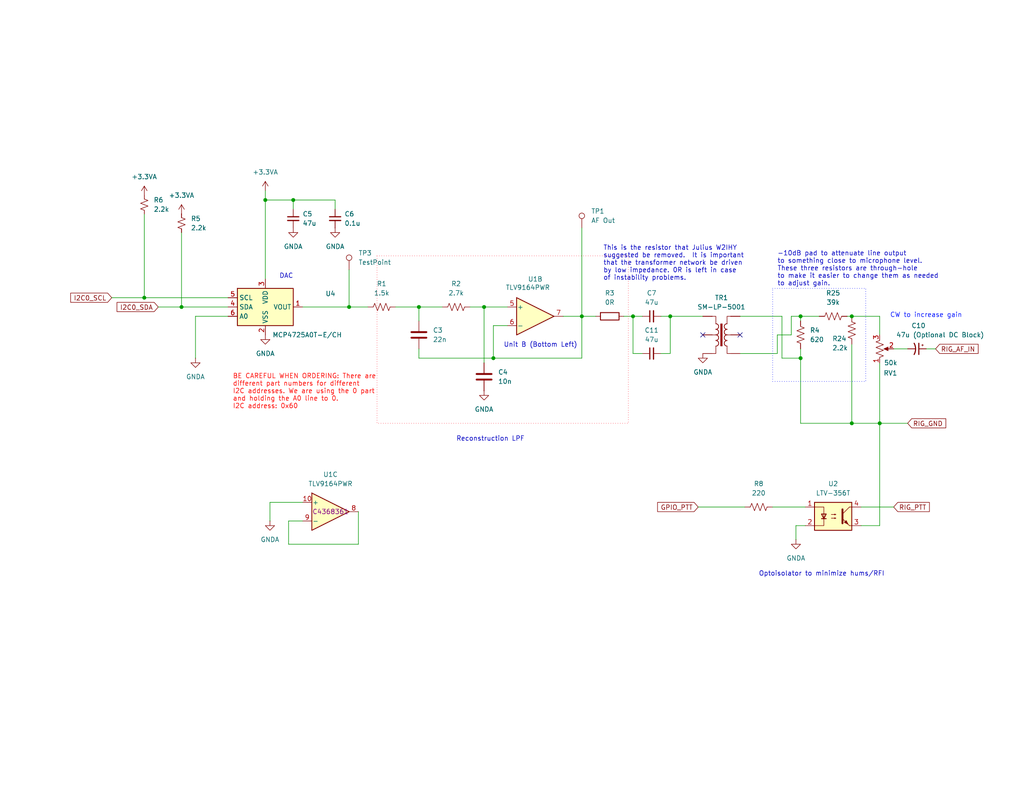
<source format=kicad_sch>
(kicad_sch (version 20250114) (generator "eeschema") (generator_version "9.0")
  (paper "USLetter")
  (title_block (title "MicroLink - Audio Output") (date "2025-10-01") (rev "4") (company "Bruce MacKinnon KC1FSZ") (comment 1 "Copyright (C) 2025 - Not For Commercial Use"))
  (lib_symbols
    (symbol "Amplifier_Operational:LMV324" (pin_names (offset 0.127))
      (property "Reference" "U" (at 0 5.08 0))
      (property "Value" "LMV324" (at 0 -5.08 0))
      (symbol "LMV324_1_1"
        (polyline (pts (xy -5.08 5.08) (xy 5.08 0) (xy -5.08 -5.08) (xy -5.08 5.08)) (stroke (width 0.254)) (fill (type background)))
        (pin input line (at -7.62 2.54 0) (length 2.54) (name "+") (number "3"))
        (pin input line (at -7.62 -2.54 0) (length 2.54) (name "-") (number "2"))
        (pin output line (at 7.62 0 180) (length 2.54) (name "~") (number "1"))
      )
      (symbol "LMV324_2_1"
        (polyline (pts (xy -5.08 5.08) (xy 5.08 0) (xy -5.08 -5.08) (xy -5.08 5.08)) (stroke (width 0.254)) (fill (type background)))
        (pin input line (at -7.62 2.54 0) (length 2.54) (name "+") (number "5"))
        (pin input line (at -7.62 -2.54 0) (length 2.54) (name "-") (number "6"))
        (pin output line (at 7.62 0 180) (length 2.54) (name "~") (number "7"))
      )
      (symbol "LMV324_3_1"
        (polyline (pts (xy -5.08 5.08) (xy 5.08 0) (xy -5.08 -5.08) (xy -5.08 5.08)) (stroke (width 0.254)) (fill (type background)))
        (pin input line (at -7.62 2.54 0) (length 2.54) (name "+") (number "10"))
        (pin input line (at -7.62 -2.54 0) (length 2.54) (name "-") (number "9"))
        (pin output line (at 7.62 0 180) (length 2.54) (name "~") (number "8"))
      )
      (symbol "LMV324_4_1"
        (polyline (pts (xy -5.08 5.08) (xy 5.08 0) (xy -5.08 -5.08) (xy -5.08 5.08)) (stroke (width 0.254)) (fill (type background)))
        (pin input line (at -7.62 2.54 0) (length 2.54) (name "+") (number "12"))
        (pin input line (at -7.62 -2.54 0) (length 2.54) (name "-") (number "13"))
        (pin output line (at 7.62 0 180) (length 2.54) (name "~") (number "14"))
      )
      (symbol "LMV324_5_1"
        (pin power_in line (at -2.54 7.62 270) (length 3.81) (name "V+") (number "4"))
        (pin power_in line (at -2.54 -7.62 90) (length 3.81) (name "V-") (number "11"))
      )
    )
    (symbol "Analog_DAC:MCP4725xxx-xCH"
      (property "Reference" "U" (at -6.35 6.35 0))
      (property "Value" "MCP4725xxx-xCH" (at 8.89 6.35 0))
      (symbol "MCP4725xxx-xCH_0_1"
        (rectangle (start -7.62 5.08) (end 7.62 -5.08) (stroke (width 0.254)) (fill (type background)))
      )
      (symbol "MCP4725xxx-xCH_1_1"
        (pin input line (at -10.16 2.54 0) (length 2.54) (name "SCL") (number "5"))
        (pin bidirectional line (at -10.16 0 0) (length 2.54) (name "SDA") (number "4"))
        (pin input line (at -10.16 -2.54 0) (length 2.54) (name "A0") (number "6"))
        (pin power_in line (at 0 7.62 270) (length 2.54) (name "VDD") (number "3"))
        (pin power_in line (at 0 -7.62 90) (length 2.54) (name "VSS") (number "2"))
        (pin output line (at 10.16 0 180) (length 2.54) (name "VOUT") (number "1"))
      )
    )
    (symbol "Connector:TestPoint" (pin_numbers (hide yes)) (pin_names (offset 0.762) (hide yes))
      (property "Reference" "TP" (at 0 6.858 0))
      (property "Value" "TestPoint" (at 0 5.08 0))
      (symbol "TestPoint_0_1"
        (circle (center 0 3.302) (radius 0.762))
      )
      (symbol "TestPoint_1_1"
        (pin passive line (at 0 0 90) (length 2.54) (name "1") (number "1"))
      )
    )
    (symbol "Device:C" (pin_numbers (hide yes)) (pin_names (offset 0.254))
      (property "Reference" "C" (at 0.635 2.54 0))
      (property "Value" "C" (at 0.635 -2.54 0))
      (symbol "C_0_1"
        (polyline (pts (xy -2.032 0.762) (xy 2.032 0.762)) (stroke (width 0.508)))
        (polyline (pts (xy -2.032 -0.762) (xy 2.032 -0.762)) (stroke (width 0.508)))
      )
      (symbol "C_1_1"
        (pin passive line (at 0 3.81 270) (length 2.794) (name "~") (number "1"))
        (pin passive line (at 0 -3.81 90) (length 2.794) (name "~") (number "2"))
      )
    )
    (symbol "Device:C_Polarized_Small_US" (pin_numbers (hide yes)) (pin_names (offset 0.254) (hide yes))
      (property "Reference" "C" (at 0.254 1.778 0))
      (property "Value" "C_Polarized_Small_US" (at 0.254 -2.032 0))
      (symbol "C_Polarized_Small_US_0_1"
        (polyline (pts (xy -1.524 0.508) (xy 1.524 0.508)) (stroke (width 0.3048)))
        (polyline (pts (xy -1.27 1.524) (xy -0.762 1.524)))
        (polyline (pts (xy -1.016 1.27) (xy -1.016 1.778)))
        (arc (start -1.524 -0.762) (mid 0 -0.3734) (end 1.524 -0.762) (stroke (width 0.3048)))
      )
      (symbol "C_Polarized_Small_US_1_1"
        (pin passive line (at 0 2.54 270) (length 2.032) (name "~") (number "1"))
        (pin passive line (at 0 -2.54 90) (length 2.032) (name "~") (number "2"))
      )
    )
    (symbol "Device:C_Small" (pin_numbers (hide yes)) (pin_names (offset 0.254) (hide yes))
      (property "Reference" "C" (at 0.254 1.778 0))
      (property "Value" "C_Small" (at 0.254 -2.032 0))
      (symbol "C_Small_0_1"
        (polyline (pts (xy -1.524 0.508) (xy 1.524 0.508)) (stroke (width 0.3048)))
        (polyline (pts (xy -1.524 -0.508) (xy 1.524 -0.508)) (stroke (width 0.3302)))
      )
      (symbol "C_Small_1_1"
        (pin passive line (at 0 2.54 270) (length 2.032) (name "~") (number "1"))
        (pin passive line (at 0 -2.54 90) (length 2.032) (name "~") (number "2"))
      )
    )
    (symbol "Device:R" (pin_numbers (hide yes)) (pin_names (offset 0))
      (property "Reference" "R" (at 2.032 0 90))
      (property "Value" "R" (at 0 0 90))
      (symbol "R_0_1"
        (rectangle (start -1.016 -2.54) (end 1.016 2.54) (stroke (width 0.254)))
      )
      (symbol "R_1_1"
        (pin passive line (at 0 3.81 270) (length 1.27) (name "~") (number "1"))
        (pin passive line (at 0 -3.81 90) (length 1.27) (name "~") (number "2"))
      )
    )
    (symbol "Device:R_Potentiometer_US" (pin_names (offset 1.016) (hide yes))
      (property "Reference" "RV" (at -4.445 0 90))
      (property "Value" "R_Potentiometer_US" (at -2.54 0 90))
      (symbol "R_Potentiometer_US_0_1"
        (polyline (pts (xy 0 2.54) (xy 0 2.286)))
        (polyline (pts (xy 0 2.286) (xy 1.016 1.905) (xy 0 1.524) (xy -1.016 1.143) (xy 0 0.762)))
        (polyline (pts (xy 0 0.762) (xy 1.016 0.381) (xy 0 0) (xy -1.016 -0.381) (xy 0 -0.762)))
        (polyline (pts (xy 0 -0.762) (xy 1.016 -1.143) (xy 0 -1.524) (xy -1.016 -1.905) (xy 0 -2.286)))
        (polyline (pts (xy 0 -2.286) (xy 0 -2.54)))
        (polyline (pts (xy 1.143 0) (xy 2.286 0.508) (xy 2.286 -0.508) (xy 1.143 0)) (fill (type outline)))
        (polyline (pts (xy 2.54 0) (xy 1.524 0)))
      )
      (symbol "R_Potentiometer_US_1_1"
        (pin passive line (at 0 3.81 270) (length 1.27) (name "1") (number "1"))
        (pin passive line (at 0 -3.81 90) (length 1.27) (name "3") (number "3"))
        (pin passive line (at 3.81 0 180) (length 1.27) (name "2") (number "2"))
      )
    )
    (symbol "Device:R_Small_US" (pin_numbers (hide yes)) (pin_names (offset 0.254) (hide yes))
      (property "Reference" "R" (at 0.762 0.508 0))
      (property "Value" "R_Small_US" (at 0.762 -1.016 0))
      (symbol "R_Small_US_1_1"
        (polyline (pts (xy 0 1.524) (xy 1.016 1.143) (xy 0 0.762) (xy -1.016 0.381) (xy 0 0)))
        (polyline (pts (xy 0 0) (xy 1.016 -0.381) (xy 0 -0.762) (xy -1.016 -1.143) (xy 0 -1.524)))
        (pin passive line (at 0 2.54 270) (length 1.016) (name "~") (number "1"))
        (pin passive line (at 0 -2.54 90) (length 1.016) (name "~") (number "2"))
      )
    )
    (symbol "Device:R_US" (pin_numbers (hide yes)) (pin_names (offset 0))
      (property "Reference" "R" (at 2.54 0 90))
      (property "Value" "R_US" (at -2.54 0 90))
      (symbol "R_US_0_1"
        (polyline (pts (xy 0 2.286) (xy 0 2.54)))
        (polyline (pts (xy 0 2.286) (xy 1.016 1.905) (xy 0 1.524) (xy -1.016 1.143) (xy 0 0.762)))
        (polyline (pts (xy 0 0.762) (xy 1.016 0.381) (xy 0 0) (xy -1.016 -0.381) (xy 0 -0.762)))
        (polyline (pts (xy 0 -0.762) (xy 1.016 -1.143) (xy 0 -1.524) (xy -1.016 -1.905) (xy 0 -2.286)))
        (polyline (pts (xy 0 -2.286) (xy 0 -2.54)))
      )
      (symbol "R_US_1_1"
        (pin passive line (at 0 3.81 270) (length 1.27) (name "~") (number "1"))
        (pin passive line (at 0 -3.81 90) (length 1.27) (name "~") (number "2"))
      )
    )
    (symbol "Isolator:LTV-356T" (pin_names (offset 1.016))
      (property "Reference" "U" (at -5.334 4.826 0))
      (property "Value" "LTV-356T" (at 0 5.08 0))
      (symbol "LTV-356T_0_1"
        (rectangle (start -5.08 3.81) (end 5.08 -3.81) (stroke (width 0.254)) (fill (type background)))
        (polyline (pts (xy -5.08 2.54) (xy -2.54 2.54) (xy -2.54 -0.762)))
        (polyline (pts (xy -3.175 -0.635) (xy -1.905 -0.635)) (stroke (width 0.254)))
        (polyline (pts (xy -2.54 -0.635) (xy -2.54 -2.54) (xy -5.08 -2.54)))
        (polyline (pts (xy -2.54 -0.635) (xy -3.175 0.635) (xy -1.905 0.635) (xy -2.54 -0.635)) (stroke (width 0.254)))
        (polyline (pts (xy -0.508 0.508) (xy 0.762 0.508) (xy 0.381 0.381) (xy 0.381 0.635) (xy 0.762 0.508)))
        (polyline (pts (xy -0.508 -0.508) (xy 0.762 -0.508) (xy 0.381 -0.635) (xy 0.381 -0.381) (xy 0.762 -0.508)))
        (polyline (pts (xy 2.54 1.905) (xy 2.54 -1.905)) (stroke (width 0.508)))
        (polyline (pts (xy 2.54 0.635) (xy 4.445 2.54)))
        (polyline (pts (xy 3.048 -1.651) (xy 3.556 -1.143) (xy 4.064 -2.159) (xy 3.048 -1.651)) (fill (type outline)))
        (polyline (pts (xy 4.445 2.54) (xy 5.08 2.54)))
        (polyline (pts (xy 4.445 -2.54) (xy 2.54 -0.635)) (fill (type outline)))
        (polyline (pts (xy 4.445 -2.54) (xy 5.08 -2.54)))
      )
      (symbol "LTV-356T_1_1"
        (pin passive line (at -7.62 2.54 0) (length 2.54) (name "~") (number "1"))
        (pin passive line (at -7.62 -2.54 0) (length 2.54) (name "~") (number "2"))
        (pin passive line (at 7.62 2.54 180) (length 2.54) (name "~") (number "4"))
        (pin passive line (at 7.62 -2.54 180) (length 2.54) (name "~") (number "3"))
      )
    )
    (symbol "power:+3.3VA" (power) (pin_numbers (hide yes)) (pin_names (offset 0) (hide yes))
      (property "Value" "+3.3VA" (at 0 3.556 0))
      (symbol "+3.3VA_0_1"
        (polyline (pts (xy -0.762 1.27) (xy 0 2.54)))
        (polyline (pts (xy 0 2.54) (xy 0.762 1.27)))
        (polyline (pts (xy 0 0) (xy 0 2.54)))
      )
      (symbol "+3.3VA_1_1"
        (pin power_in line (at 0 0 90) (length 0) (name "~") (number "1"))
      )
    )
    (symbol "power:GNDA" (power) (pin_numbers (hide yes)) (pin_names (offset 0) (hide yes))
      (property "Value" "GNDA" (at 0 -3.81 0))
      (symbol "GNDA_0_1"
        (polyline (pts (xy 0 0) (xy 0 -1.27) (xy 1.27 -1.27) (xy 0 -2.54) (xy -1.27 -1.27) (xy 0 -1.27)))
      )
      (symbol "GNDA_1_1"
        (pin power_in line (at 0 0 270) (length 0) (name "~") (number "1"))
      )
    )
    (symbol "symbol-library-1:SM-LP-5001" (pin_numbers (hide yes)) (pin_names (offset 0))
      (property "Reference" "TR" (at 0 6.35 0))
      (property "Value" "SM-LP-5001" (at 0 -6.35 0))
      (symbol "SM-LP-5001_0_1"
        (polyline (pts (xy -2.54 5.08) (xy -1.524 5.08) (xy -1.524 3.048)) (stroke (width 0.1524)))
        (arc (start -1.524 3.048) (mid -0.7653 2.286) (end -1.524 1.524) (stroke (width 0.2032)))
        (arc (start -1.524 1.524) (mid -0.7653 0.762) (end -1.524 0) (stroke (width 0.2032)))
        (arc (start -1.524 0) (mid -0.7653 -0.762) (end -1.524 -1.524) (stroke (width 0.2032)))
        (arc (start -1.524 -1.524) (mid -0.7653 -2.286) (end -1.524 -3.048) (stroke (width 0.2032)))
        (polyline (pts (xy -1.524 0) (xy -2.54 0)) (fill (type outline)))
        (polyline (pts (xy -1.524 -3.048) (xy -1.524 -5.08) (xy -2.54 -5.08)) (stroke (width 0.1524)))
        (rectangle (start -0.254 3.048) (end 0.254 -3.048) (stroke (width 0.0254)) (fill (type outline)))
        (polyline (pts (xy 1.524 3.048) (xy 1.524 5.08) (xy 2.54 5.08)) (stroke (width 0.1524)))
        (polyline (pts (xy 1.524 0) (xy 2.54 0)) (fill (type outline)))
        (arc (start 1.524 1.524) (mid 0.7653 2.286) (end 1.524 3.048) (stroke (width 0.2032)))
        (arc (start 1.524 0) (mid 0.7653 0.762) (end 1.524 1.524) (stroke (width 0.2032)))
        (arc (start 1.524 -1.524) (mid 0.7653 -0.762) (end 1.524 0) (stroke (width 0.2032)))
        (arc (start 1.524 -3.048) (mid 0.7653 -2.286) (end 1.524 -1.524) (stroke (width 0.2032)))
        (polyline (pts (xy 2.54 -5.08) (xy 1.524 -5.08) (xy 1.524 -3.048)) (stroke (width 0.1524)))
      )
      (symbol "SM-LP-5001_1_1"
        (pin passive line (at -5.08 5.08 0) (length 2.54) (name "~") (number "1"))
        (pin passive line (at -5.08 0 0) (length 2.54) (name "~") (number "2"))
        (pin passive line (at -5.08 -5.08 0) (length 2.54) (name "~") (number "3"))
        (pin passive line (at 5.08 5.08 180) (length 2.54) (name "~") (number "6"))
        (pin passive line (at 5.08 0 180) (length 2.54) (name "~") (number "5"))
        (pin passive line (at 5.08 -5.08 180) (length 2.54) (name "~") (number "4"))
      )
    )
  )
  (rectangle (start 210.82 78.74) (end 236.22 104.14) (stroke (width 0) (type dot) (color 10 17 255 1)))
  (rectangle (start 102.87 69.85) (end 171.45 115.57) (stroke (width 0) (type dot) (color 255 55 72 1)))
  (text "Reconstruction LPF" (at 124.46 120.65 0) (effects (font (size 1.27 1.27)) (justify left bottom)))
  (text "CW to increase gain" (at 242.824 86.868 0) (effects (font (size 1.27 1.27)) (justify left bottom)))
  (text "BE CAREFUL WHEN ORDERING: There are \ndifferent part numbers for different \nI2C addresses. We are using the 0 part\nand holding the A0 line to 0.  \nI2C address: 0x60\n" (at 63.5 111.76 0) (effects (font (size 1.27 1.27)) (justify left bottom)))
  (text "Optoisolator to minimize hums/RFI" (at 207.01 157.48 0) (effects (font (size 1.27 1.27)) (justify left bottom)))
  (text "-10dB pad to attenuate line output\nto something close to microphone level.\nThese three resistors are through-hole\nto make it easier to change them as needed\nto adjust gain." (at 212.09 78.232 0) (effects (font (size 1.27 1.27)) (justify left bottom)))
  (text "DAC" (at 76.2 76.2 0) (effects (font (size 1.27 1.27)) (justify left bottom)))
  (text "Unit B (Bottom Left)" (at 137.414 94.996 0) (effects (font (size 1.27 1.27)) (justify left bottom)))
  (text "This is the resistor that Julius W2IHY \nsuggested be removed.  It is important \nthat the transformer network be driven\nby low impedance. 0R is left in case \nof instability problems." (at 164.592 76.708 0) (effects (font (size 1.27 1.27)) (justify left bottom)))
  (junction (at 218.44 86.36))
  (junction (at 72.39 54.61))
  (junction (at 134.62 97.79))
  (junction (at 95.25 83.82))
  (junction (at 132.08 83.82))
  (junction (at 218.44 97.79))
  (junction (at 182.88 86.36))
  (junction (at 240.03 115.57))
  (junction (at 49.53 83.82))
  (junction (at 232.41 86.36))
  (junction (at 232.41 115.57))
  (junction (at 158.75 86.36))
  (junction (at 172.72 86.36))
  (junction (at 114.3 83.82))
  (junction (at 80.01 54.61))
  (junction (at 39.37 81.28))
  (no_connect (at 201.93 91.44))
  (no_connect (at 191.77 91.44))
  (wire (pts (xy 175.26 96.52) (xy 172.72 96.52)))
  (wire (pts (xy 240.03 115.57) (xy 247.65 115.57)))
  (wire (pts (xy 39.37 58.42) (xy 39.37 81.28)))
  (wire (pts (xy 231.14 86.36) (xy 232.41 86.36)))
  (wire (pts (xy 190.5 138.43) (xy 203.2 138.43)))
  (wire (pts (xy 172.72 96.52) (xy 172.72 86.36)))
  (wire (pts (xy 218.44 95.25) (xy 218.44 97.79)))
  (wire (pts (xy 158.75 62.23) (xy 158.75 86.36)))
  (wire (pts (xy 240.03 99.06) (xy 240.03 115.57)))
  (wire (pts (xy 201.93 86.36) (xy 213.36 86.36)))
  (wire (pts (xy 91.44 54.61) (xy 91.44 57.15)))
  (wire (pts (xy 82.55 83.82) (xy 95.25 83.82)))
  (wire (pts (xy 252.73 95.25) (xy 255.27 95.25)))
  (wire (pts (xy 114.3 83.82) (xy 114.3 87.63)))
  (wire (pts (xy 213.36 97.79) (xy 218.44 97.79)))
  (wire (pts (xy 218.44 86.36) (xy 218.44 87.63)))
  (wire (pts (xy 49.53 83.82) (xy 62.23 83.82)))
  (wire (pts (xy 158.75 97.79) (xy 158.75 86.36)))
  (wire (pts (xy 53.34 86.36) (xy 53.34 97.79)))
  (wire (pts (xy 234.95 138.43) (xy 243.84 138.43)))
  (wire (pts (xy 114.3 97.79) (xy 134.62 97.79)))
  (wire (pts (xy 80.01 57.15) (xy 80.01 54.61)))
  (wire (pts (xy 180.34 86.36) (xy 182.88 86.36)))
  (wire (pts (xy 215.9 86.36) (xy 218.44 86.36)))
  (wire (pts (xy 218.44 115.57) (xy 232.41 115.57)))
  (wire (pts (xy 215.9 91.44) (xy 215.9 86.36)))
  (wire (pts (xy 132.08 83.82) (xy 138.43 83.82)))
  (wire (pts (xy 232.41 86.36) (xy 240.03 86.36)))
  (wire (pts (xy 138.43 88.9) (xy 134.62 88.9)))
  (wire (pts (xy 132.08 83.82) (xy 132.08 99.06)))
  (wire (pts (xy 82.55 142.24) (xy 78.74 142.24)))
  (wire (pts (xy 172.72 86.36) (xy 175.26 86.36)))
  (wire (pts (xy 234.95 143.51) (xy 240.03 143.51)))
  (wire (pts (xy 107.95 83.82) (xy 114.3 83.82)))
  (wire (pts (xy 49.53 63.5) (xy 49.53 83.82)))
  (wire (pts (xy 78.74 142.24) (xy 78.74 148.59)))
  (wire (pts (xy 219.71 143.51) (xy 217.17 143.51)))
  (wire (pts (xy 212.09 91.44) (xy 215.9 91.44)))
  (wire (pts (xy 232.41 93.98) (xy 232.41 115.57)))
  (wire (pts (xy 30.48 81.28) (xy 39.37 81.28)))
  (wire (pts (xy 97.79 148.59) (xy 97.79 139.7)))
  (wire (pts (xy 240.03 115.57) (xy 240.03 143.51)))
  (wire (pts (xy 213.36 86.36) (xy 213.36 97.79)))
  (wire (pts (xy 243.84 95.25) (xy 247.65 95.25)))
  (wire (pts (xy 180.34 96.52) (xy 182.88 96.52)))
  (wire (pts (xy 72.39 52.07) (xy 72.39 54.61)))
  (wire (pts (xy 182.88 96.52) (xy 182.88 86.36)))
  (wire (pts (xy 72.39 54.61) (xy 72.39 76.2)))
  (wire (pts (xy 78.74 148.59) (xy 97.79 148.59)))
  (wire (pts (xy 72.39 54.61) (xy 80.01 54.61)))
  (wire (pts (xy 114.3 95.25) (xy 114.3 97.79)))
  (wire (pts (xy 73.66 142.24) (xy 73.66 137.16)))
  (wire (pts (xy 218.44 97.79) (xy 218.44 115.57)))
  (wire (pts (xy 182.88 86.36) (xy 191.77 86.36)))
  (wire (pts (xy 114.3 83.82) (xy 120.65 83.82)))
  (wire (pts (xy 240.03 86.36) (xy 240.03 91.44)))
  (wire (pts (xy 212.09 96.52) (xy 212.09 91.44)))
  (wire (pts (xy 232.41 115.57) (xy 240.03 115.57)))
  (wire (pts (xy 43.18 83.82) (xy 49.53 83.82)))
  (wire (pts (xy 73.66 137.16) (xy 82.55 137.16)))
  (wire (pts (xy 39.37 81.28) (xy 62.23 81.28)))
  (wire (pts (xy 158.75 86.36) (xy 153.67 86.36)))
  (wire (pts (xy 53.34 86.36) (xy 62.23 86.36)))
  (wire (pts (xy 218.44 86.36) (xy 223.52 86.36)))
  (wire (pts (xy 201.93 96.52) (xy 212.09 96.52)))
  (wire (pts (xy 134.62 88.9) (xy 134.62 97.79)))
  (wire (pts (xy 134.62 97.79) (xy 158.75 97.79)))
  (wire (pts (xy 95.25 83.82) (xy 100.33 83.82)))
  (wire (pts (xy 210.82 138.43) (xy 219.71 138.43)))
  (wire (pts (xy 158.75 86.36) (xy 162.56 86.36)))
  (wire (pts (xy 217.17 143.51) (xy 217.17 147.32)))
  (wire (pts (xy 128.27 83.82) (xy 132.08 83.82)))
  (wire (pts (xy 170.18 86.36) (xy 172.72 86.36)))
  (wire (pts (xy 95.25 73.66) (xy 95.25 83.82)))
  (wire (pts (xy 80.01 54.61) (xy 91.44 54.61)))
  (global_label "I2C0_SDA" (shape input) (at 43.18 83.82 180) (property "Intersheetrefs" "${INTERSHEET_REFS}" (effects (hide yes))))
  (global_label "I2C0_SCL" (shape input) (at 30.48 81.28 180) (property "Intersheetrefs" "${INTERSHEET_REFS}" (effects (hide yes))))
  (global_label "RIG_AF_IN" (shape input) (at 255.27 95.25 0) (property "Intersheetrefs" "${INTERSHEET_REFS}" (effects (hide yes))))
  (global_label "RIG_PTT" (shape input) (at 243.84 138.43 0) (property "Intersheetrefs" "${INTERSHEET_REFS}" (effects (hide yes))))
  (global_label "GPIO_PTT" (shape input) (at 190.5 138.43 180) (property "Intersheetrefs" "${INTERSHEET_REFS}" (effects (hide yes))))
  (global_label "RIG_GND" (shape input) (at 247.65 115.57 0) (property "Intersheetrefs" "${INTERSHEET_REFS}" (effects (hide yes))))
  (symbol (lib_id "power:+3.3VA") (at 49.53 58.42 0) (unit 1)
    (property "Reference" "#PWR019" (effects (hide yes)))
    (property "Value" "+3.3VA" (at 49.53 53.34 0))
    (property "Description" "Power symbol creates a global label with name \"+3.3VA\"" (effects (hide yes)))
  )
  (symbol (lib_id "Device:R_US") (at 218.44 91.44 0) (unit 1)
    (property "Reference" "R4" (at 220.98 90.17 0) (effects (justify left)))
    (property "Value" "620" (at 220.98 92.71 0) (effects (justify left)))
    (property "Footprint" "Resistor_THT:R_Axial_DIN0309_L9.0mm_D3.2mm_P2.54mm_Vertical" (effects (hide yes)))
    (property "Description" "Resistor, US symbol" (effects (hide yes)))
    (property "LCSC" "C58633" (effects (hide yes)))
  )
  (symbol (lib_id "Device:R") (at 166.37 86.36 90) (unit 1)
    (property "Reference" "R3" (at 166.37 80.01 90))
    (property "Value" "0R" (at 166.37 82.55 90))
    (property "Footprint" "Resistor_SMD:R_1206_3216Metric_Pad1.30x1.75mm_HandSolder" (effects (hide yes)))
    (property "Description" "Resistor" (effects (hide yes)))
    (property "LCSC" "C17477" (effects (hide yes)))
  )
  (symbol (lib_id "power:GNDA") (at 217.17 147.32 0) (unit 1)
    (property "Reference" "#PWR09" (effects (hide yes)))
    (property "Value" "GNDA" (at 217.17 152.4 0))
    (property "Description" "Power symbol creates a global label with name \"GNDA\" , analog ground" (effects (hide yes)))
  )
  (symbol (lib_id "Connector:TestPoint") (at 95.25 73.66 0) (unit 1) (in_bom no)
    (property "Reference" "TP3" (at 97.79 69.088 0) (effects (justify left)))
    (property "Value" "TestPoint" (at 97.79 71.628 0) (effects (justify left)))
    (property "Footprint" "TestPoint:TestPoint_Pad_2.5x2.5mm" (effects (hide yes)))
    (property "Description" "test point" (effects (hide yes)))
    (property "BOM Comments" "No component, PCB test point" (effects (hide yes)))
  )
  (symbol (lib_id "power:GNDA") (at 80.01 62.23 0) (unit 1)
    (property "Reference" "#PWR017" (effects (hide yes)))
    (property "Value" "GNDA" (at 80.01 67.31 0))
    (property "Description" "Power symbol creates a global label with name \"GNDA\" , analog ground" (effects (hide yes)))
  )
  (symbol (lib_id "power:GNDA") (at 73.66 142.24 0) (unit 1)
    (property "Reference" "#PWR05" (effects (hide yes)))
    (property "Value" "GNDA" (at 73.66 147.32 0))
    (property "Description" "Power symbol creates a global label with name \"GNDA\" , analog ground" (effects (hide yes)))
  )
  (symbol (lib_id "Device:C_Small") (at 80.01 59.69 0) (unit 1)
    (property "Reference" "C5" (at 82.55 58.4262 0) (effects (justify left)))
    (property "Value" "47u" (at 82.55 60.9662 0) (effects (justify left)))
    (property "Footprint" "Capacitor_SMD:C_0805_2012Metric_Pad1.18x1.45mm_HandSolder" (effects (hide yes)))
    (property "Description" "Unpolarized capacitor, small symbol" (effects (hide yes)))
    (property "LCSC" "C16780 " (effects (hide yes)))
  )
  (symbol (lib_id "Amplifier_Operational:LMV324") (at 146.05 86.36 0) (unit 2)
    (property "Reference" "U1" (at 146.05 76.2 0))
    (property "Value" "TLV9164PWR" (at 144.018 78.486 0))
    (property "Footprint" "Package_SO:TSSOP-14_4.4x5mm_P0.65mm" (effects (hide yes)))
    (property "Datasheet" "http://www.ti.com/lit/ds/symlink/lmv324.pdf" (effects (hide yes)))
    (property "Description" "Quad Low-Voltage Rail-to-Rail Output Operational Amplifier, SOIC-14/SSOP-14" (effects (hide yes)))
    (property "LCSC" "C4368361" (effects (hide yes)))
  )
  (symbol (lib_id "Connector:TestPoint") (at 158.75 62.23 0) (unit 1) (in_bom no)
    (property "Reference" "TP1" (at 161.29 57.658 0) (effects (justify left)))
    (property "Value" "AF Out" (at 161.29 60.198 0) (effects (justify left)))
    (property "Footprint" "TestPoint:TestPoint_Pad_2.5x2.5mm" (effects (hide yes)))
    (property "Description" "test point" (effects (hide yes)))
    (property "BOM Comments" "No component, PCB test point" (effects (hide yes)))
  )
  (symbol (lib_id "Isolator:LTV-356T") (at 227.33 140.97 0) (unit 1)
    (property "Reference" "U2" (at 227.33 132.08 0))
    (property "Value" "LTV-356T" (at 227.33 134.62 0))
    (property "Footprint" "Package_SO:SO-4_4.4x3.6mm_P2.54mm" (effects (hide yes)))
    (property "Datasheet" "http://optoelectronics.liteon.com/upload/download/DS70-2001-010/S_110_LTV-356T%2020140520.pdf" (effects (hide yes)))
    (property "Description" "DC Optocoupler, Vce 80V, CTR 50%, SO-4" (effects (hide yes)))
    (property "LCSC" "C125117 " (effects (hide yes)))
  )
  (symbol (lib_id "power:+3.3VA") (at 39.37 53.34 0) (unit 1)
    (property "Reference" "#PWR018" (effects (hide yes)))
    (property "Value" "+3.3VA" (at 39.37 48.26 0))
    (property "Description" "Power symbol creates a global label with name \"+3.3VA\"" (effects (hide yes)))
  )
  (symbol (lib_id "symbol-library-1:SM-LP-5001") (at 196.85 91.44 0) (unit 1)
    (property "Reference" "TR1" (at 196.85 81.28 0))
    (property "Value" "SM-LP-5001" (at 196.85 83.82 0))
    (property "Footprint" "bruce-footprints:TRAN6_SM-LP-5001_BRN" (effects (hide yes)))
    (property "Datasheet" "https://www.bourns.com/docs/Product-Datasheets/SMLP5001.pdf" (effects (hide yes)))
    (property "Description" "Bourns Audio Transformer 1:1 Center Tap" (effects (hide yes)))
    (property "LCSC" "C7503474" (effects (hide yes)))
  )
  (symbol (lib_id "Device:R_Small_US") (at 39.37 55.88 0) (unit 1)
    (property "Reference" "R6" (at 41.91 54.61 0) (effects (justify left)))
    (property "Value" "2.2k" (at 41.91 57.15 0) (effects (justify left)))
    (property "Footprint" "Resistor_SMD:R_0805_2012Metric_Pad1.20x1.40mm_HandSolder" (effects (hide yes)))
    (property "Description" "Resistor, small US symbol" (effects (hide yes)))
    (property "LCSC" "C17520" (effects (hide yes)))
  )
  (symbol (lib_id "Device:C_Small") (at 91.44 59.69 0) (unit 1)
    (property "Reference" "C6" (at 93.98 58.4263 0) (effects (justify left)))
    (property "Value" "0.1u" (at 93.98 60.9663 0) (effects (justify left)))
    (property "Footprint" "Capacitor_SMD:C_0805_2012Metric_Pad1.18x1.45mm_HandSolder" (effects (hide yes)))
    (property "Description" "Unpolarized capacitor, small symbol" (effects (hide yes)))
    (property "LCSC" "C28233 " (effects (hide yes)))
  )
  (symbol (lib_id "Device:R_Small_US") (at 49.53 60.96 0) (unit 1)
    (property "Reference" "R5" (at 52.07 59.69 0) (effects (justify left)))
    (property "Value" "2.2k" (at 52.07 62.23 0) (effects (justify left)))
    (property "Footprint" "Resistor_SMD:R_0805_2012Metric_Pad1.20x1.40mm_HandSolder" (effects (hide yes)))
    (property "Description" "Resistor, small US symbol" (effects (hide yes)))
    (property "LCSC" "C17520" (effects (hide yes)))
  )
  (symbol (lib_id "power:GNDA") (at 191.77 96.52 0) (unit 1)
    (property "Reference" "#PWR08" (effects (hide yes)))
    (property "Value" "GNDA" (at 191.77 101.6 0))
    (property "Description" "Power symbol creates a global label with name \"GNDA\" , analog ground" (effects (hide yes)))
  )
  (symbol (lib_id "Device:C_Small") (at 177.8 86.36 90) (unit 1)
    (property "Reference" "C7" (at 177.8063 80.01 90))
    (property "Value" "47u" (at 177.8063 82.55 90))
    (property "Footprint" "Capacitor_SMD:C_0805_2012Metric_Pad1.18x1.45mm_HandSolder" (effects (hide yes)))
    (property "Description" "Unpolarized capacitor, small symbol" (effects (hide yes)))
    (property "LCSC" "C16780 " (effects (hide yes)))
  )
  (symbol (lib_id "Device:C") (at 132.08 102.87 0) (unit 1)
    (property "Reference" "C4" (at 135.89 101.6 0) (effects (justify left)))
    (property "Value" "10n" (at 135.89 104.14 0) (effects (justify left)))
    (property "Footprint" "Capacitor_SMD:C_0805_2012Metric_Pad1.18x1.45mm_HandSolder" (effects (hide yes)))
    (property "Description" "Unpolarized capacitor" (effects (hide yes)))
    (property "LCSC" "C1710 " (effects (hide yes)))
  )
  (symbol (lib_id "Device:C_Small") (at 177.8 96.52 90) (unit 1)
    (property "Reference" "C11" (at 177.8063 90.17 90))
    (property "Value" "47u" (at 177.8063 92.71 90))
    (property "Footprint" "Capacitor_SMD:C_0805_2012Metric_Pad1.18x1.45mm_HandSolder" (effects (hide yes)))
    (property "Description" "Unpolarized capacitor, small symbol" (effects (hide yes)))
    (property "LCSC" "C16780 " (effects (hide yes)))
  )
  (symbol (lib_id "Device:R_US") (at 207.01 138.43 90) (unit 1)
    (property "Reference" "R8" (at 207.01 132.08 90))
    (property "Value" "220" (at 207.01 134.62 90))
    (property "Footprint" "Resistor_SMD:R_0805_2012Metric_Pad1.20x1.40mm_HandSolder" (effects (hide yes)))
    (property "Description" "Resistor, US symbol" (effects (hide yes)))
    (property "LCSC" "C17557" (effects (hide yes)))
  )
  (symbol (lib_id "Device:R_Potentiometer_US") (at 240.03 95.25 0) (mirror x) (unit 1)
    (property "Reference" "RV1" (at 244.856 101.854 0) (effects (justify right)))
    (property "Value" "50k" (at 244.856 99.06 0) (effects (justify right)))
    (property "Footprint" "bruce-footprints:POT_3362P" (effects (hide yes)))
    (property "Description" "Potentiometer, US symbol" (effects (hide yes)))
    (property "LCSC" "C81264" (effects (hide yes)))
  )
  (symbol (lib_id "Device:R_US") (at 104.14 83.82 270) (unit 1)
    (property "Reference" "R1" (at 104.14 77.47 90))
    (property "Value" "1.5k" (at 104.14 80.01 90))
    (property "Footprint" "Resistor_SMD:R_0805_2012Metric_Pad1.20x1.40mm_HandSolder" (effects (hide yes)))
    (property "Description" "Resistor, US symbol" (effects (hide yes)))
    (property "LCSC" "C4310" (effects (hide yes)))
  )
  (symbol (lib_id "Device:R_US") (at 227.33 86.36 90) (unit 1)
    (property "Reference" "R25" (at 227.33 80.01 90))
    (property "Value" "39k" (at 227.33 82.55 90))
    (property "Footprint" "Resistor_THT:R_Axial_DIN0309_L9.0mm_D3.2mm_P2.54mm_Vertical" (effects (hide yes)))
    (property "Description" "Resistor, US symbol" (effects (hide yes)))
    (property "LCSC" "C58645" (effects (hide yes)))
  )
  (symbol (lib_id "Device:R_US") (at 232.41 90.17 180) (unit 1)
    (property "Reference" "R24" (at 227.076 92.456 0) (effects (justify right)))
    (property "Value" "2.2k" (at 227.076 94.996 0) (effects (justify right)))
    (property "Footprint" "Resistor_THT:R_Axial_DIN0309_L9.0mm_D3.2mm_P2.54mm_Vertical" (effects (hide yes)))
    (property "Description" "Resistor, US symbol" (effects (hide yes)))
    (property "LCSC" "C58595 " (effects (hide yes)))
  )
  (symbol (lib_id "Device:R_US") (at 124.46 83.82 90) (unit 1)
    (property "Reference" "R2" (at 124.46 77.47 90))
    (property "Value" "2.7k" (at 124.46 80.01 90))
    (property "Footprint" "Resistor_SMD:R_0805_2012Metric_Pad1.20x1.40mm_HandSolder" (effects (hide yes)))
    (property "Description" "Resistor, US symbol" (effects (hide yes)))
    (property "LCSC" "C17530" (effects (hide yes)))
  )
  (symbol (lib_id "power:+3.3VA") (at 72.39 52.07 0) (unit 1)
    (property "Reference" "#PWR011" (effects (hide yes)))
    (property "Value" "+3.3VA" (at 72.39 46.99 0))
    (property "Description" "Power symbol creates a global label with name \"+3.3VA\"" (effects (hide yes)))
  )
  (symbol (lib_id "power:GNDA") (at 132.08 106.68 0) (unit 1)
    (property "Reference" "#PWR04" (effects (hide yes)))
    (property "Value" "GNDA" (at 132.08 111.76 0))
    (property "Description" "Power symbol creates a global label with name \"GNDA\" , analog ground" (effects (hide yes)))
  )
  (symbol (lib_id "Amplifier_Operational:LMV324") (at 90.17 139.7 0) (unit 3)
    (property "Reference" "U1" (at 90.17 129.54 0))
    (property "Value" "TLV9164PWR" (at 90.17 132.08 0))
    (property "Footprint" "Package_SO:TSSOP-14_4.4x5mm_P0.65mm" (effects (hide yes)))
    (property "Datasheet" "http://www.ti.com/lit/ds/symlink/lmv324.pdf" (effects (hide yes)))
    (property "Description" "Quad Low-Voltage Rail-to-Rail Output Operational Amplifier, SOIC-14/SSOP-14" (effects (hide yes)))
    (property "LCSC" "C4368361" (at 90.17 139.7 0))
  )
  (symbol (lib_id "Analog_DAC:MCP4725xxx-xCH") (at 72.39 83.82 0) (unit 1)
    (property "Reference" "U4" (at 90.17 80.1721 0))
    (property "Value" "MCP4725A0T-E/CH" (at 83.82 91.44 0))
    (property "Footprint" "Package_TO_SOT_SMD:SOT-23-6" (effects (hide yes)))
    (property "Datasheet" "http://ww1.microchip.com/downloads/en/DeviceDoc/22039d.pdf" (effects (hide yes)))
    (property "Description" "12-bit Digital-to-Analog Converter, integrated EEPROM, I2C interface, SOT-23-6" (effects (hide yes)))
    (property "LCSC" "C144198" (effects (hide yes)))
  )
  (symbol (lib_id "power:GNDA") (at 72.39 91.44 0) (unit 1)
    (property "Reference" "#PWR010" (effects (hide yes)))
    (property "Value" "GNDA" (at 72.39 96.52 0))
    (property "Description" "Power symbol creates a global label with name \"GNDA\" , analog ground" (effects (hide yes)))
  )
  (symbol (lib_id "Device:C_Polarized_Small_US") (at 250.19 95.25 270) (unit 1)
    (property "Reference" "C10" (at 250.6218 88.9 90))
    (property "Value" "47u (Optional DC Block)" (at 256.54 91.44 90))
    (property "Footprint" "Capacitor_THT:CP_Radial_D5.0mm_P2.50mm" (effects (hide yes)))
    (property "Description" "Polarized capacitor, small US symbol" (effects (hide yes)))
    (property "LCSC" "C22320" (effects (hide yes)))
  )
  (symbol (lib_id "Device:C") (at 114.3 91.44 0) (unit 1)
    (property "Reference" "C3" (at 118.11 90.17 0) (effects (justify left)))
    (property "Value" "22n" (at 118.11 92.71 0) (effects (justify left)))
    (property "Footprint" "Capacitor_SMD:C_0805_2012Metric_Pad1.18x1.45mm_HandSolder" (effects (hide yes)))
    (property "Description" "Unpolarized capacitor" (effects (hide yes)))
    (property "LCSC" "C1729" (effects (hide yes)))
  )
  (symbol (lib_id "power:GNDA") (at 53.34 97.79 0) (unit 1)
    (property "Reference" "#PWR013" (effects (hide yes)))
    (property "Value" "GNDA" (at 53.34 102.87 0))
    (property "Description" "Power symbol creates a global label with name \"GNDA\" , analog ground" (effects (hide yes)))
  )
  (symbol (lib_id "power:GNDA") (at 91.44 62.23 0) (unit 1)
    (property "Reference" "#PWR012" (effects (hide yes)))
    (property "Value" "GNDA" (at 91.44 67.31 0))
    (property "Description" "Power symbol creates a global label with name \"GNDA\" , analog ground" (effects (hide yes)))
  )
)
</source>
